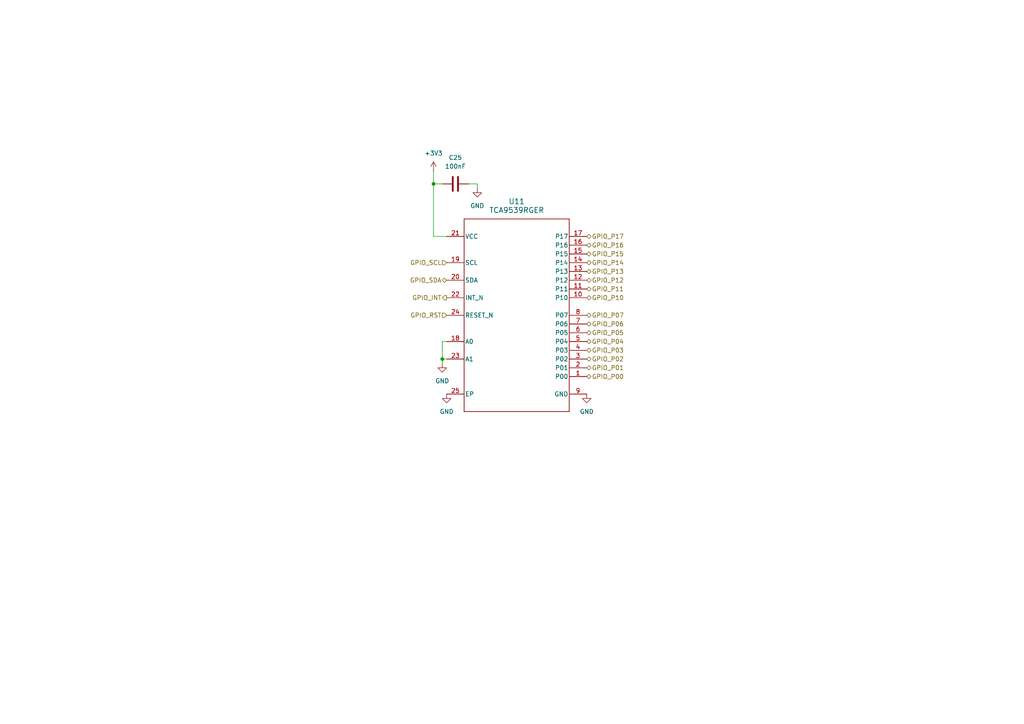
<source format=kicad_sch>
(kicad_sch (version 20231120) (generator "eeschema") (generator_version "8.0")
  (paper "A4")
  (lib_symbols
    (symbol "Device:C" (pin_numbers hide) (pin_names (offset 0.254))
      (property "Reference" "C" (at 0.635 2.54 0))
      (property "Value" "C" (at 0.635 -2.54 0))
      (symbol "C_0_1"
        (polyline (pts (xy -2.032 -0.762) (xy 2.032 -0.762)) (stroke (width 0.508)))
        (polyline (pts (xy -2.032 0.762) (xy 2.032 0.762)) (stroke (width 0.508)))
      )
      (symbol "C_1_1"
        (pin passive line (at 0 3.81 270) (length 2.794) (name "~") (number "1"))
        (pin passive line (at 0 -3.81 90) (length 2.794) (name "~") (number "2"))
      )
    )
    (symbol "TCA9539RGER:TCA9539RGER" (pin_names (offset 0.254))
      (property "Reference" "U" (at 0 2.54 0))
      (property "Value" "TCA9539RGER" (at 0 0 0))
      (symbol "TCA9539RGER_0_1"
        (polyline (pts (xy -15.24 -27.94) (xy 15.24 -27.94)) (stroke (width 0.2032)))
        (polyline (pts (xy -15.24 27.94) (xy -15.24 -27.94)) (stroke (width 0.2032)))
        (polyline (pts (xy 15.24 -27.94) (xy 15.24 27.94)) (stroke (width 0.2032)))
        (polyline (pts (xy 15.24 27.94) (xy -15.24 27.94)) (stroke (width 0.2032)))
        (pin bidirectional line (at 20.32 -17.78 180) (length 5.08) (name "P00") (number "1"))
        (pin bidirectional line (at 20.32 5.08 180) (length 5.08) (name "P10") (number "10"))
        (pin bidirectional line (at 20.32 7.62 180) (length 5.08) (name "P11") (number "11"))
        (pin bidirectional line (at 20.32 10.16 180) (length 5.08) (name "P12") (number "12"))
        (pin bidirectional line (at 20.32 12.7 180) (length 5.08) (name "P13") (number "13"))
        (pin bidirectional line (at 20.32 15.24 180) (length 5.08) (name "P14") (number "14"))
        (pin bidirectional line (at 20.32 17.78 180) (length 5.08) (name "P15") (number "15"))
        (pin bidirectional line (at 20.32 20.32 180) (length 5.08) (name "P16") (number "16"))
        (pin bidirectional line (at 20.32 22.86 180) (length 5.08) (name "P17") (number "17"))
        (pin input line (at -20.32 -7.62 0) (length 5.08) (name "A0") (number "18"))
        (pin input line (at -20.32 15.24 0) (length 5.08) (name "SCL") (number "19"))
        (pin bidirectional line (at 20.32 -15.24 180) (length 5.08) (name "P01") (number "2"))
        (pin bidirectional line (at -20.32 10.16 0) (length 5.08) (name "SDA") (number "20"))
        (pin power_in line (at -20.32 22.86 0) (length 5.08) (name "VCC") (number "21"))
        (pin open_collector line (at -20.32 5.08 0) (length 5.08) (name "INT_N") (number "22"))
        (pin input line (at -20.32 -12.7 0) (length 5.08) (name "A1") (number "23"))
        (pin input line (at -20.32 0 0) (length 5.08) (name "RESET_N") (number "24"))
        (pin unspecified line (at -20.32 -22.86 0) (length 5.08) (name "EP") (number "25"))
        (pin bidirectional line (at 20.32 -12.7 180) (length 5.08) (name "P02") (number "3"))
        (pin bidirectional line (at 20.32 -10.16 180) (length 5.08) (name "P03") (number "4"))
        (pin bidirectional line (at 20.32 -7.62 180) (length 5.08) (name "P04") (number "5"))
        (pin bidirectional line (at 20.32 -5.08 180) (length 5.08) (name "P05") (number "6"))
        (pin bidirectional line (at 20.32 -2.54 180) (length 5.08) (name "P06") (number "7"))
        (pin bidirectional line (at 20.32 0 180) (length 5.08) (name "P07") (number "8"))
        (pin power_in line (at 20.32 -22.86 180) (length 5.08) (name "GND") (number "9"))
      )
    )
    (symbol "power:+3V3" (power) (pin_numbers hide) (pin_names (offset 0) hide)
      (property "Value" "+3V3" (at 0 3.556 0))
      (symbol "+3V3_0_1"
        (polyline (pts (xy -0.762 1.27) (xy 0 2.54)))
        (polyline (pts (xy 0 0) (xy 0 2.54)))
        (polyline (pts (xy 0 2.54) (xy 0.762 1.27)))
      )
      (symbol "+3V3_1_1"
        (pin power_in line (at 0 0 90) (length 0) (name "~") (number "1"))
      )
    )
    (symbol "power:GND" (power) (pin_numbers hide) (pin_names (offset 0) hide)
      (property "Value" "GND" (at 0 -3.81 0))
      (symbol "GND_0_1"
        (polyline (pts (xy 0 0) (xy 0 -1.27) (xy 1.27 -1.27) (xy 0 -2.54) (xy -1.27 -1.27) (xy 0 -1.27)))
      )
      (symbol "GND_1_1"
        (pin power_in line (at 0 0 270) (length 0) (name "~") (number "1"))
      )
    )
  )
  (junction (at 128.27 104.14))
  (junction (at 125.73 53.34))
  (wire (pts (xy 135.89 53.34) (xy 138.43 53.34)))
  (wire (pts (xy 129.54 68.58) (xy 125.73 68.58)))
  (wire (pts (xy 125.73 53.34) (xy 125.73 68.58)))
  (wire (pts (xy 128.27 104.14) (xy 128.27 105.41)))
  (wire (pts (xy 125.73 49.53) (xy 125.73 53.34)))
  (wire (pts (xy 128.27 99.06) (xy 128.27 104.14)))
  (wire (pts (xy 128.27 104.14) (xy 129.54 104.14)))
  (wire (pts (xy 138.43 53.34) (xy 138.43 54.61)))
  (wire (pts (xy 128.27 53.34) (xy 125.73 53.34)))
  (wire (pts (xy 129.54 99.06) (xy 128.27 99.06)))
  (hierarchical_label "GPIO_P15" (shape bidirectional) (at 170.18 73.66 0))
  (hierarchical_label "GPIO_P02" (shape bidirectional) (at 170.18 104.14 0))
  (hierarchical_label "GPIO_P17" (shape bidirectional) (at 170.18 68.58 0))
  (hierarchical_label "GPIO_P12" (shape bidirectional) (at 170.18 81.28 0))
  (hierarchical_label "GPIO_SCL" (shape input) (at 129.54 76.2 180))
  (hierarchical_label "GPIO_P13" (shape bidirectional) (at 170.18 78.74 0))
  (hierarchical_label "GPIO_P07" (shape bidirectional) (at 170.18 91.44 0))
  (hierarchical_label "GPIO_P03" (shape bidirectional) (at 170.18 101.6 0))
  (hierarchical_label "GPIO_P05" (shape bidirectional) (at 170.18 96.52 0))
  (hierarchical_label "GPIO_RST" (shape input) (at 129.54 91.44 180))
  (hierarchical_label "GPIO_P00" (shape bidirectional) (at 170.18 109.22 0))
  (hierarchical_label "GPIO_P06" (shape bidirectional) (at 170.18 93.98 0))
  (hierarchical_label "GPIO_P11" (shape bidirectional) (at 170.18 83.82 0))
  (hierarchical_label "GPIO_P04" (shape bidirectional) (at 170.18 99.06 0))
  (hierarchical_label "GPIO_SDA" (shape bidirectional) (at 129.54 81.28 180))
  (hierarchical_label "GPIO_P01" (shape bidirectional) (at 170.18 106.68 0))
  (hierarchical_label "GPIO_INT" (shape output) (at 129.54 86.36 180))
  (hierarchical_label "GPIO_P16" (shape bidirectional) (at 170.18 71.12 0))
  (hierarchical_label "GPIO_P10" (shape bidirectional) (at 170.18 86.36 0))
  (hierarchical_label "GPIO_P14" (shape bidirectional) (at 170.18 76.2 0))
  (symbol (lib_id "power:GND") (at 138.43 54.61 0) (unit 1)
    (property "Reference" "#PWR067" (effects (hide yes)))
    (property "Value" "GND" (at 138.43 59.69 0))
    (property "Description" "Power symbol creates a global label with name \"GND\" , ground" (effects (hide yes)))
  )
  (symbol (lib_id "power:GND") (at 128.27 105.41 0) (unit 1)
    (property "Reference" "#PWR069" (effects (hide yes)))
    (property "Value" "GND" (at 128.27 110.49 0))
    (property "Description" "Power symbol creates a global label with name \"GND\" , ground" (effects (hide yes)))
  )
  (symbol (lib_id "power:+3V3") (at 125.73 49.53 0) (unit 1)
    (property "Reference" "#PWR056" (effects (hide yes)))
    (property "Value" "+3V3" (at 125.73 44.45 0))
    (property "Description" "Power symbol creates a global label with name \"+3V3\"" (effects (hide yes)))
  )
  (symbol (lib_id "TCA9539RGER:TCA9539RGER") (at 149.86 91.44 0) (unit 1)
    (property "Reference" "U11" (at 149.86 58.42 0) (effects (font (size 1.524 1.524))))
    (property "Value" "TCA9539RGER" (at 149.86 60.96 0) (effects (font (size 1.524 1.524))))
    (property "Footprint" "custom_comps:RGE0024B" (effects (hide yes)))
    (property "Datasheet" "TCA9539RGER" (effects (hide yes)))
  )
  (symbol (lib_id "power:GND") (at 129.54 114.3 0) (unit 1)
    (property "Reference" "#PWR074" (effects (hide yes)))
    (property "Value" "GND" (at 129.54 119.38 0))
    (property "Description" "Power symbol creates a global label with name \"GND\" , ground" (effects (hide yes)))
  )
  (symbol (lib_id "power:GND") (at 170.18 114.3 0) (unit 1)
    (property "Reference" "#PWR068" (effects (hide yes)))
    (property "Value" "GND" (at 170.18 119.38 0))
    (property "Description" "Power symbol creates a global label with name \"GND\" , ground" (effects (hide yes)))
  )
  (symbol (lib_id "Device:C") (at 132.08 53.34 270) (unit 1)
    (property "Reference" "C25" (at 132.08 45.72 90))
    (property "Value" "100nF" (at 132.08 48.26 90))
    (property "Footprint" "Capacitor_SMD:C_0402_1005Metric" (effects (hide yes)))
    (property "Description" "Unpolarized capacitor" (effects (hide yes)))
  )
)
</source>
